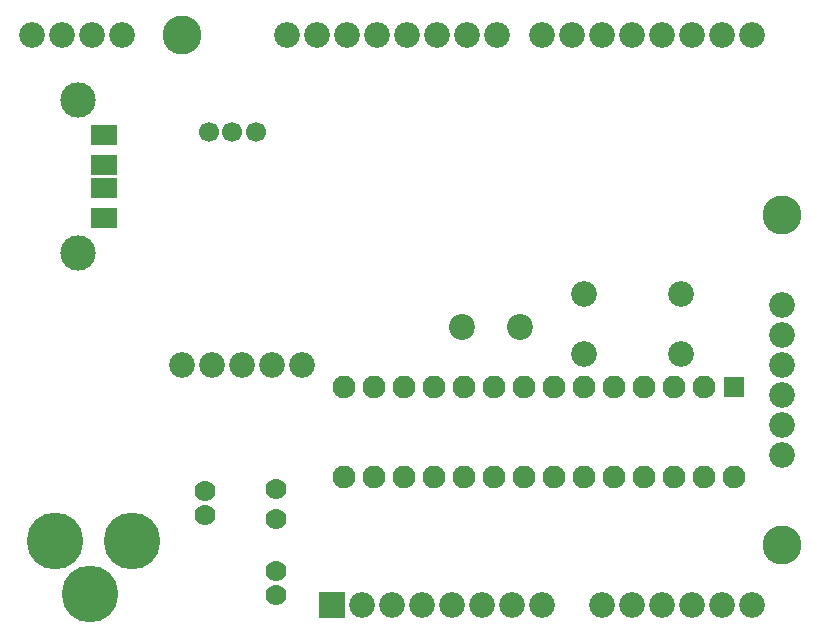
<source format=gbr>
G04 GERBER ASCII OUTPUT FROM: EDWINXP (VER. 1.61 REV. 20080915)*
G04 GERBER FORMAT: RX-274-X*
G04 BOARD: AMICUS_PIC18*
G04 ARTWORK OF SOLD.MASK POSITIVE*
%ASAXBY*%
%FSLAX23Y23*%
%MIA0B0*%
%MOIN*%
%OFA0.0000B0.0000*%
%SFA1B1*%
%IJA0B0*%
%INLAYER30POS*%
%IOA0B0*%
%IPPOS*%
%IR0*%
G04 APERTURE MACROS*
%AMEDWDONUT*
1,1,$1,$2,$3*
1,0,$4,$2,$3*
%
%AMEDWFRECT*
20,1,$1,$2,$3,$4,$5,$6*
%
%AMEDWORECT*
20,1,$1,$2,$3,$4,$5,$10*
20,1,$1,$4,$5,$6,$7,$10*
20,1,$1,$6,$7,$8,$9,$10*
20,1,$1,$8,$9,$2,$3,$10*
1,1,$1,$2,$3*
1,1,$1,$4,$5*
1,1,$1,$6,$7*
1,1,$1,$8,$9*
%
%AMEDWLINER*
20,1,$1,$2,$3,$4,$5,$6*
1,1,$1,$2,$3*
1,1,$1,$4,$5*
%
%AMEDWFTRNG*
4,1,3,$1,$2,$3,$4,$5,$6,$7,$8,$9*
%
%AMEDWATRNG*
4,1,3,$1,$2,$3,$4,$5,$6,$7,$8,$9*
20,1,$11,$1,$2,$3,$4,$10*
20,1,$11,$3,$4,$5,$6,$10*
20,1,$11,$5,$6,$7,$8,$10*
1,1,$11,$3,$4*
1,1,$11,$5,$6*
1,1,$11,$7,$8*
%
%AMEDWOTRNG*
20,1,$1,$2,$3,$4,$5,$8*
20,1,$1,$4,$5,$6,$7,$8*
20,1,$1,$6,$7,$2,$3,$8*
1,1,$1,$2,$3*
1,1,$1,$4,$5*
1,1,$1,$6,$7*
%
G04*
G04 APERTURE LIST*
%ADD10R,0.08661X0.0700*%
%ADD11R,0.11061X0.0940*%
%ADD12R,0.07874X0.0600*%
%ADD13R,0.10274X0.0840*%
%ADD14R,0.0700X0.0650*%
%ADD15R,0.0940X0.0890*%
%ADD16R,0.0600X0.0550*%
%ADD17R,0.0840X0.0790*%
%ADD18R,0.0250X0.0860*%
%ADD19R,0.0490X0.1100*%
%ADD20R,0.0150X0.0750*%
%ADD21R,0.0390X0.0990*%
%ADD22R,0.0700X0.0700*%
%ADD23R,0.0940X0.0940*%
%ADD24R,0.0600X0.0600*%
%ADD25R,0.0840X0.0840*%
%ADD26R,0.0750X0.0250*%
%ADD27R,0.0990X0.0490*%
%ADD28R,0.0700X0.0200*%
%ADD29R,0.0940X0.0440*%
%ADD30R,0.0570X0.0970*%
%ADD31R,0.0810X0.1210*%
%ADD32R,0.0470X0.0870*%
%ADD33R,0.0710X0.1110*%
%ADD34R,0.1520X0.0970*%
%ADD35R,0.1760X0.1210*%
%ADD36R,0.1420X0.0870*%
%ADD37R,0.1660X0.1110*%
%ADD38R,0.0650X0.0700*%
%ADD39R,0.0890X0.0940*%
%ADD40R,0.0550X0.0600*%
%ADD41R,0.0790X0.0840*%
%ADD42R,0.04724X0.06693*%
%ADD43R,0.07124X0.09093*%
%ADD44R,0.03937X0.05906*%
%ADD45R,0.06337X0.08306*%
%ADD46R,0.0500X0.0580*%
%ADD47R,0.0740X0.0820*%
%ADD48R,0.0400X0.0480*%
%ADD49R,0.0640X0.0720*%
%ADD50R,0.0860X0.0860*%
%ADD51R,0.1100X0.1100*%
%ADD52R,0.06693X0.04724*%
%ADD53R,0.09093X0.07124*%
%ADD54R,0.05906X0.03937*%
%ADD55R,0.08306X0.06337*%
%ADD56R,0.07087X0.06693*%
%ADD57R,0.09487X0.09093*%
%ADD58R,0.06299X0.05906*%
%ADD59R,0.08699X0.08306*%
%ADD60R,0.1100X0.0800*%
%ADD61R,0.1340X0.1040*%
%ADD62R,0.1000X0.0700*%
%ADD63R,0.1240X0.0940*%
%ADD64C,0.00039*%
%ADD66C,0.0010*%
%ADD68C,0.00118*%
%ADD70C,0.0020*%
%ADD71R,0.0020X0.0020*%
%ADD72C,0.0030*%
%ADD73R,0.0030X0.0030*%
%ADD74C,0.00394*%
%ADD76C,0.0040*%
%ADD77R,0.0040X0.0040*%
%ADD78C,0.00472*%
%ADD80C,0.0050*%
%ADD81R,0.0050X0.0050*%
%ADD82C,0.00512*%
%ADD83R,0.00512X0.00512*%
%ADD84C,0.00551*%
%ADD85R,0.00551X0.00551*%
%ADD86C,0.00591*%
%ADD87R,0.00591X0.00591*%
%ADD88C,0.00659*%
%ADD89R,0.00659X0.00659*%
%ADD90C,0.00787*%
%ADD91R,0.00787X0.00787*%
%ADD92C,0.00799*%
%ADD94C,0.0080*%
%ADD96C,0.00984*%
%ADD97R,0.00984X0.00984*%
%ADD98C,0.0100*%
%ADD99R,0.0100X0.0100*%
%ADD100C,0.01181*%
%ADD102C,0.0120*%
%ADD104C,0.0120*%
%ADD106C,0.0130*%
%ADD108C,0.01575*%
%ADD110C,0.0160*%
%ADD111R,0.0160X0.0160*%
%ADD112C,0.01698*%
%ADD113R,0.01698X0.01698*%
%ADD114C,0.01797*%
%ADD115R,0.01797X0.01797*%
%ADD116C,0.01895*%
%ADD117R,0.01895X0.01895*%
%ADD118C,0.01969*%
%ADD119R,0.01969X0.01969*%
%ADD120C,0.01994*%
%ADD121R,0.01994X0.01994*%
%ADD122C,0.0200*%
%ADD124C,0.02092*%
%ADD125R,0.02092X0.02092*%
%ADD126C,0.02191*%
%ADD127R,0.02191X0.02191*%
%ADD128C,0.02289*%
%ADD129R,0.02289X0.02289*%
%ADD130C,0.02362*%
%ADD131R,0.02362X0.02362*%
%ADD132C,0.02387*%
%ADD133R,0.02387X0.02387*%
%ADD134C,0.0240*%
%ADD135R,0.0240X0.0240*%
%ADD136C,0.0240*%
%ADD137R,0.0240X0.0240*%
%ADD138C,0.02486*%
%ADD139R,0.02486X0.02486*%
%ADD140C,0.0250*%
%ADD141R,0.0250X0.0250*%
%ADD142C,0.02584*%
%ADD143R,0.02584X0.02584*%
%ADD144C,0.02683*%
%ADD145R,0.02683X0.02683*%
%ADD146C,0.02781*%
%ADD147R,0.02781X0.02781*%
%ADD148C,0.02794*%
%ADD150C,0.0288*%
%ADD151R,0.0288X0.0288*%
%ADD152C,0.0290*%
%ADD154C,0.02912*%
%ADD155R,0.02912X0.02912*%
%ADD156C,0.02951*%
%ADD157R,0.02951X0.02951*%
%ADD158C,0.02978*%
%ADD159R,0.02978X0.02978*%
%ADD160C,0.02991*%
%ADD161R,0.02991X0.02991*%
%ADD162C,0.0300*%
%ADD163R,0.0300X0.0300*%
%ADD164C,0.03059*%
%ADD165R,0.03059X0.03059*%
%ADD166C,0.03076*%
%ADD167R,0.03076X0.03076*%
%ADD168C,0.03175*%
%ADD169R,0.03175X0.03175*%
%ADD170C,0.03199*%
%ADD171R,0.03199X0.03199*%
%ADD172C,0.0320*%
%ADD173R,0.0320X0.0320*%
%ADD174C,0.03273*%
%ADD175R,0.03273X0.03273*%
%ADD176C,0.03372*%
%ADD177R,0.03372X0.03372*%
%ADD178C,0.0347*%
%ADD179R,0.0347X0.0347*%
%ADD180C,0.0350*%
%ADD181R,0.0350X0.0350*%
%ADD182C,0.03569*%
%ADD183R,0.03569X0.03569*%
%ADD184C,0.03581*%
%ADD186C,0.0360*%
%ADD188C,0.03667*%
%ADD189R,0.03667X0.03667*%
%ADD190C,0.0370*%
%ADD192C,0.03937*%
%ADD193R,0.03937X0.03937*%
%ADD194C,0.03962*%
%ADD195R,0.03962X0.03962*%
%ADD196C,0.03975*%
%ADD198C,0.0400*%
%ADD199R,0.0400X0.0400*%
%ADD200C,0.04061*%
%ADD201R,0.04061X0.04061*%
%ADD202C,0.04159*%
%ADD203R,0.04159X0.04159*%
%ADD204C,0.04173*%
%ADD205R,0.04173X0.04173*%
%ADD206C,0.04356*%
%ADD207R,0.04356X0.04356*%
%ADD208C,0.0440*%
%ADD210C,0.0450*%
%ADD211R,0.0450X0.0450*%
%ADD212C,0.04724*%
%ADD213R,0.04724X0.04724*%
%ADD214C,0.0475*%
%ADD215R,0.0475X0.0475*%
%ADD216C,0.0490*%
%ADD217R,0.0490X0.0490*%
%ADD218C,0.0500*%
%ADD219R,0.0500X0.0500*%
%ADD220C,0.05118*%
%ADD221R,0.05118X0.05118*%
%ADD222C,0.05143*%
%ADD223R,0.05143X0.05143*%
%ADD224C,0.05537*%
%ADD225R,0.05537X0.05537*%
%ADD226C,0.0560*%
%ADD227R,0.0560X0.0560*%
%ADD228C,0.0590*%
%ADD229R,0.0590X0.0590*%
%ADD230C,0.05906*%
%ADD231R,0.05906X0.05906*%
%ADD232C,0.05931*%
%ADD233R,0.05931X0.05931*%
%ADD234C,0.0600*%
%ADD235R,0.0600X0.0600*%
%ADD236C,0.06181*%
%ADD238C,0.0620*%
%ADD240C,0.06201*%
%ADD242C,0.06337*%
%ADD243R,0.06337X0.06337*%
%ADD244C,0.0650*%
%ADD245R,0.0650X0.0650*%
%ADD246C,0.06693*%
%ADD247R,0.06693X0.06693*%
%ADD248C,0.06718*%
%ADD249R,0.06718X0.06718*%
%ADD250C,0.0690*%
%ADD251R,0.0690X0.0690*%
%ADD252C,0.06906*%
%ADD253R,0.06906X0.06906*%
%ADD254C,0.06969*%
%ADD255R,0.06969X0.06969*%
%ADD256C,0.0700*%
%ADD257R,0.0700X0.0700*%
%ADD258C,0.07087*%
%ADD259R,0.07087X0.07087*%
%ADD260C,0.0740*%
%ADD262C,0.0750*%
%ADD263R,0.0750X0.0750*%
%ADD264C,0.07598*%
%ADD266C,0.0760*%
%ADD268C,0.07874*%
%ADD269R,0.07874X0.07874*%
%ADD270C,0.0800*%
%ADD271R,0.0800X0.0800*%
%ADD272C,0.08268*%
%ADD273R,0.08268X0.08268*%
%ADD274C,0.08306*%
%ADD275R,0.08306X0.08306*%
%ADD276C,0.0840*%
%ADD277R,0.0840X0.0840*%
%ADD278C,0.08581*%
%ADD280C,0.08598*%
%ADD282C,0.0860*%
%ADD283R,0.0860X0.0860*%
%ADD284C,0.08601*%
%ADD286C,0.08661*%
%ADD287R,0.08661X0.08661*%
%ADD288C,0.0890*%
%ADD289R,0.0890X0.0890*%
%ADD290C,0.0900*%
%ADD291R,0.0900X0.0900*%
%ADD292C,0.09093*%
%ADD293R,0.09093X0.09093*%
%ADD294C,0.09369*%
%ADD295R,0.09369X0.09369*%
%ADD296C,0.0940*%
%ADD297R,0.0940X0.0940*%
%ADD298C,0.09843*%
%ADD299R,0.09843X0.09843*%
%ADD300C,0.0990*%
%ADD301R,0.0990X0.0990*%
%ADD302C,0.09998*%
%ADD304C,0.1000*%
%ADD306C,0.10274*%
%ADD307R,0.10274X0.10274*%
%ADD308C,0.1040*%
%ADD309R,0.1040X0.1040*%
%ADD310C,0.1063*%
%ADD312C,0.10668*%
%ADD313R,0.10668X0.10668*%
%ADD314C,0.10998*%
%ADD316C,0.1100*%
%ADD317R,0.1100X0.1100*%
%ADD318C,0.11024*%
%ADD320C,0.11061*%
%ADD321R,0.11061X0.11061*%
%ADD322C,0.1120*%
%ADD323R,0.1120X0.1120*%
%ADD324C,0.1140*%
%ADD325R,0.1140X0.1140*%
%ADD326C,0.11417*%
%ADD327R,0.11417X0.11417*%
%ADD328C,0.1150*%
%ADD329R,0.1150X0.1150*%
%ADD330C,0.11811*%
%ADD332C,0.1200*%
%ADD333R,0.1200X0.1200*%
%ADD334C,0.1250*%
%ADD335R,0.1250X0.1250*%
%ADD336C,0.12992*%
%ADD337R,0.12992X0.12992*%
%ADD338C,0.1300*%
%ADD339R,0.1300X0.1300*%
%ADD340C,0.1390*%
%ADD341R,0.1390X0.1390*%
%ADD342C,0.1440*%
%ADD343R,0.1440X0.1440*%
%ADD344C,0.14567*%
%ADD345R,0.14567X0.14567*%
%ADD346C,0.1490*%
%ADD347R,0.1490X0.1490*%
%ADD348C,0.15354*%
%ADD349R,0.15354X0.15354*%
%ADD350C,0.15374*%
%ADD351R,0.15374X0.15374*%
%ADD352C,0.1540*%
%ADD353R,0.1540X0.1540*%
%ADD354C,0.17323*%
%ADD356C,0.17774*%
%ADD357R,0.17774X0.17774*%
%ADD358C,0.18504*%
%ADD360C,0.18898*%
%ADD362C,0.20904*%
%ADD364C,0.2126*%
%ADD366C,0.21298*%
%ADD368C,0.22835*%
%ADD371R,0.23622X0.23622*%
%ADD373R,0.24937X0.24937*%
%ADD375R,0.26022X0.26022*%
%ADD377R,0.27337X0.27337*%
%ADD379R,0.31496X0.31496*%
%ADD381R,0.32811X0.32811*%
%ADD383R,0.33896X0.33896*%
%ADD385R,0.35211X0.35211*%
%ADD386C,0.45211*%
%ADD387R,0.45211X0.45211*%
%ADD388C,0.55211*%
%ADD389R,0.55211X0.55211*%
%ADD390C,0.65211*%
%ADD391R,0.65211X0.65211*%
%ADD392C,0.75211*%
%ADD393R,0.75211X0.75211*%
%ADD394C,0.85211*%
%ADD395R,0.85211X0.85211*%
%ADD396C,0.95211*%
%ADD397R,0.95211X0.95211*%
%ADD398C,1.05211*%
%ADD399R,1.05211X1.05211*%
%ADD400C,1.15211*%
%ADD401R,1.15211X1.15211*%
%ADD402C,1.25211*%
%ADD403R,1.25211X1.25211*%
%ADD404C,1.35211*%
%ADD405R,1.35211X1.35211*%
%ADD406C,1.45211*%
%ADD407R,1.45211X1.45211*%
%ADD408C,1.55211*%
%ADD409R,1.55211X1.55211*%
%ADD410C,1.65211*%
%ADD411R,1.65211X1.65211*%
%ADD412C,1.75211*%
%ADD413R,1.75211X1.75211*%
%ADD414C,1.85211*%
%ADD415R,1.85211X1.85211*%
%ADD416C,1.95211*%
%ADD417R,1.95211X1.95211*%
G04*
D10*
X338Y1665D02*D03*
X338Y1565D02*D03*
X338Y1490D02*D03*
X338Y1390D02*D03*
D330*
X252Y1272D02*D03*
X252Y1783D02*D03*
D360*
X431Y313D02*D03*
X293Y135D02*D03*
X175Y313D02*D03*
D338*
X2600Y1400D02*D03*
X600Y2000D02*D03*
X2600Y300D02*D03*
D22*
X2438Y825D02*D03*
D266*
X2338Y825D02*D03*
X2238Y825D02*D03*
X2138Y825D02*D03*
X2038Y825D02*D03*
X1938Y825D02*D03*
X1838Y825D02*D03*
X1738Y825D02*D03*
X1638Y825D02*D03*
X1538Y825D02*D03*
X1438Y825D02*D03*
X1338Y825D02*D03*
X1238Y825D02*D03*
X1138Y825D02*D03*
X1138Y525D02*D03*
X1238Y525D02*D03*
X1338Y525D02*D03*
X1438Y525D02*D03*
X1538Y525D02*D03*
X1638Y525D02*D03*
X1738Y525D02*D03*
X1838Y525D02*D03*
X1938Y525D02*D03*
X2038Y525D02*D03*
X2138Y525D02*D03*
X2238Y525D02*D03*
X2338Y525D02*D03*
X2438Y525D02*D03*
D282*
X2600Y600D02*D03*
X2600Y700D02*D03*
X2600Y800D02*D03*
X2600Y900D02*D03*
X2600Y1000D02*D03*
X2600Y1100D02*D03*
X2000Y100D02*D03*
X2100Y100D02*D03*
X2200Y100D02*D03*
X2300Y100D02*D03*
X2400Y100D02*D03*
X2500Y100D02*D03*
X950Y2000D02*D03*
X1050Y2000D02*D03*
X1150Y2000D02*D03*
X1250Y2000D02*D03*
X1350Y2000D02*D03*
X1450Y2000D02*D03*
X1550Y2000D02*D03*
X1650Y2000D02*D03*
X1300Y100D02*D03*
X1400Y100D02*D03*
X1500Y100D02*D03*
X1600Y100D02*D03*
X1700Y100D02*D03*
X1800Y100D02*D03*
X1800Y2000D02*D03*
X1900Y2000D02*D03*
X2000Y2000D02*D03*
X2100Y2000D02*D03*
X2200Y2000D02*D03*
X2300Y2000D02*D03*
X2400Y2000D02*D03*
X2500Y2000D02*D03*
D286*
X1725Y1025D02*D03*
X1533Y1025D02*D03*
D256*
X913Y486D02*D03*
X913Y388D02*D03*
X675Y479D02*D03*
X675Y400D02*D03*
X913Y213D02*D03*
X913Y134D02*D03*
D280*
X2262Y938D02*D03*
X2262Y1138D02*D03*
X1938Y1138D02*D03*
X1938Y938D02*D03*
D50*
X1100Y100D02*D03*
D282*
X1200Y100D02*D03*
X600Y900D02*D03*
X700Y900D02*D03*
X800Y900D02*D03*
X900Y900D02*D03*
X1000Y900D02*D03*
D246*
X845Y1675D02*D03*
X766Y1675D02*D03*
X688Y1675D02*D03*
D282*
X100Y2000D02*D03*
X200Y2000D02*D03*
X300Y2000D02*D03*
X400Y2000D02*D03*
M02*

</source>
